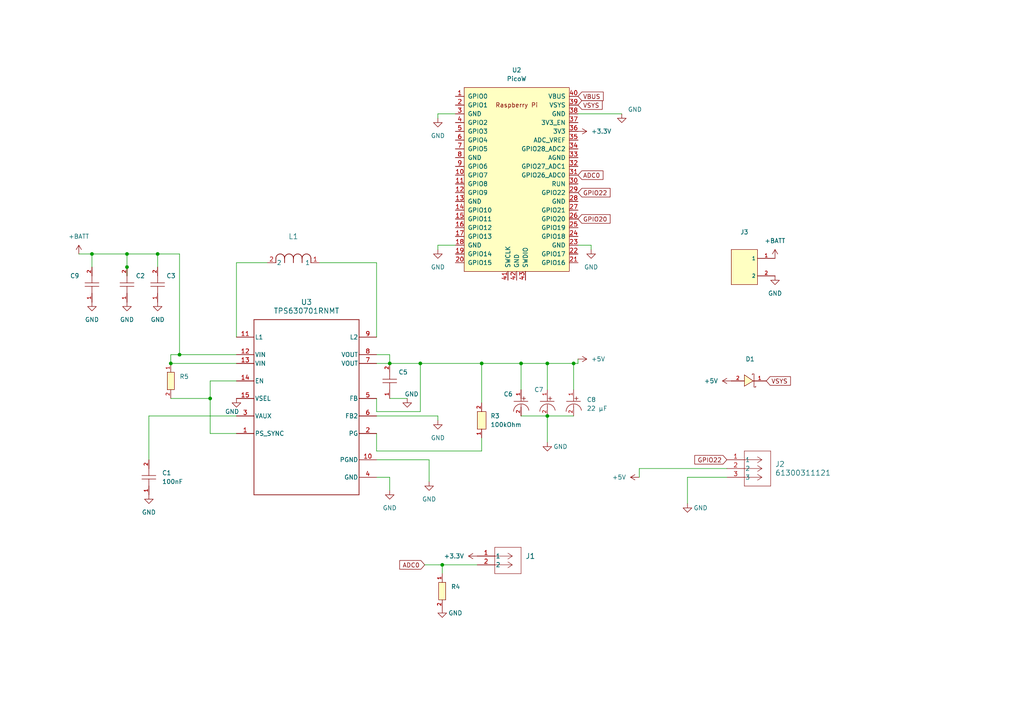
<source format=kicad_sch>
(kicad_sch (version 20230121) (generator eeschema)
  (paper "A4")
  (lib_symbols
    (symbol "0201X104M100NT:0201X104M100NT" (pin_names hide)
      (property "Reference" "C" (at 0 1.27 0))
      (property "Value" "0201X104M100NT" (at 0 -2.54 0))
      (symbol "0201X104M100NT_0_1"
        (polyline (pts (xy -2.032 0.508) (xy 2.032 0.508)))
        (polyline (pts (xy 0 -0.508) (xy 0 -2.54)))
        (polyline (pts (xy 0 2.54) (xy 0 0.508)))
        (polyline (pts (xy 2.032 -0.508) (xy -2.032 -0.508)))
        (pin unspecified line (at 0 -5.08 90) (length 2.54) (name "1") (number "1"))
        (pin unspecified line (at 0 5.08 270) (length 2.54) (name "2") (number "2"))
      )
    )
    (symbol "61300211121:61300211121" (pin_names (offset 0.254))
      (property "Reference" "J" (at 8.89 6.35 0))
      (property "Value" "61300211121" (at 0 0 0))
      (symbol "61300211121_1_1"
        (polyline (pts (xy 5.08 -5.08) (xy 12.7 -5.08)) (stroke (width 0.127)))
        (polyline (pts (xy 5.08 2.54) (xy 5.08 -5.08)) (stroke (width 0.127)))
        (polyline (pts (xy 10.16 -2.54) (xy 5.08 -2.54)) (stroke (width 0.127)))
        (polyline (pts (xy 10.16 -2.54) (xy 8.89 -3.3867)) (stroke (width 0.127)))
        (polyline (pts (xy 10.16 -2.54) (xy 8.89 -1.6933)) (stroke (width 0.127)))
        (polyline (pts (xy 10.16 0) (xy 5.08 0)) (stroke (width 0.127)))
        (polyline (pts (xy 10.16 0) (xy 8.89 -0.8467)) (stroke (width 0.127)))
        (polyline (pts (xy 10.16 0) (xy 8.89 0.8467)) (stroke (width 0.127)))
        (polyline (pts (xy 12.7 -5.08) (xy 12.7 2.54)) (stroke (width 0.127)))
        (polyline (pts (xy 12.7 2.54) (xy 5.08 2.54)) (stroke (width 0.127)))
        (pin unspecified line (at 0 0 0) (length 5.08) (name "1") (number "1"))
        (pin unspecified line (at 0 -2.54 0) (length 5.08) (name "2") (number "2"))
      )
      (symbol "61300211121_1_2"
        (polyline (pts (xy 5.08 -5.08) (xy 12.7 -5.08)) (stroke (width 0.127)))
        (polyline (pts (xy 5.08 2.54) (xy 5.08 -5.08)) (stroke (width 0.127)))
        (polyline (pts (xy 7.62 -2.54) (xy 5.08 -2.54)) (stroke (width 0.127)))
        (polyline (pts (xy 7.62 -2.54) (xy 8.89 -3.3867)) (stroke (width 0.127)))
        (polyline (pts (xy 7.62 -2.54) (xy 8.89 -1.6933)) (stroke (width 0.127)))
        (polyline (pts (xy 7.62 0) (xy 5.08 0)) (stroke (width 0.127)))
        (polyline (pts (xy 7.62 0) (xy 8.89 -0.8467)) (stroke (width 0.127)))
        (polyline (pts (xy 7.62 0) (xy 8.89 0.8467)) (stroke (width 0.127)))
        (polyline (pts (xy 12.7 -5.08) (xy 12.7 2.54)) (stroke (width 0.127)))
        (polyline (pts (xy 12.7 2.54) (xy 5.08 2.54)) (stroke (width 0.127)))
        (pin unspecified line (at 0 0 0) (length 5.08) (name "1") (number "1"))
        (pin unspecified line (at 0 -2.54 0) (length 5.08) (name "2") (number "2"))
      )
    )
    (symbol "61300311121:61300311121" (pin_names (offset 0.254))
      (property "Reference" "J" (at 8.89 6.35 0))
      (property "Value" "61300311121" (at 0 0 0))
      (symbol "61300311121_1_1"
        (polyline (pts (xy 5.08 -7.62) (xy 12.7 -7.62)) (stroke (width 0.127)))
        (polyline (pts (xy 5.08 2.54) (xy 5.08 -7.62)) (stroke (width 0.127)))
        (polyline (pts (xy 10.16 -5.08) (xy 5.08 -5.08)) (stroke (width 0.127)))
        (polyline (pts (xy 10.16 -5.08) (xy 8.89 -5.9267)) (stroke (width 0.127)))
        (polyline (pts (xy 10.16 -5.08) (xy 8.89 -4.2333)) (stroke (width 0.127)))
        (polyline (pts (xy 10.16 -2.54) (xy 5.08 -2.54)) (stroke (width 0.127)))
        (polyline (pts (xy 10.16 -2.54) (xy 8.89 -3.3867)) (stroke (width 0.127)))
        (polyline (pts (xy 10.16 -2.54) (xy 8.89 -1.6933)) (stroke (width 0.127)))
        (polyline (pts (xy 10.16 0) (xy 5.08 0)) (stroke (width 0.127)))
        (polyline (pts (xy 10.16 0) (xy 8.89 -0.8467)) (stroke (width 0.127)))
        (polyline (pts (xy 10.16 0) (xy 8.89 0.8467)) (stroke (width 0.127)))
        (polyline (pts (xy 12.7 -7.62) (xy 12.7 2.54)) (stroke (width 0.127)))
        (polyline (pts (xy 12.7 2.54) (xy 5.08 2.54)) (stroke (width 0.127)))
        (pin unspecified line (at 0 0 0) (length 5.08) (name "1") (number "1"))
        (pin unspecified line (at 0 -2.54 0) (length 5.08) (name "2") (number "2"))
        (pin unspecified line (at 0 -5.08 0) (length 5.08) (name "3") (number "3"))
      )
      (symbol "61300311121_1_2"
        (polyline (pts (xy 5.08 -7.62) (xy 12.7 -7.62)) (stroke (width 0.127)))
        (polyline (pts (xy 5.08 2.54) (xy 5.08 -7.62)) (stroke (width 0.127)))
        (polyline (pts (xy 7.62 -5.08) (xy 5.08 -5.08)) (stroke (width 0.127)))
        (polyline (pts (xy 7.62 -5.08) (xy 8.89 -5.9267)) (stroke (width 0.127)))
        (polyline (pts (xy 7.62 -5.08) (xy 8.89 -4.2333)) (stroke (width 0.127)))
        (polyline (pts (xy 7.62 -2.54) (xy 5.08 -2.54)) (stroke (width 0.127)))
        (polyline (pts (xy 7.62 -2.54) (xy 8.89 -3.3867)) (stroke (width 0.127)))
        (polyline (pts (xy 7.62 -2.54) (xy 8.89 -1.6933)) (stroke (width 0.127)))
        (polyline (pts (xy 7.62 0) (xy 5.08 0)) (stroke (width 0.127)))
        (polyline (pts (xy 7.62 0) (xy 8.89 -0.8467)) (stroke (width 0.127)))
        (polyline (pts (xy 7.62 0) (xy 8.89 0.8467)) (stroke (width 0.127)))
        (polyline (pts (xy 12.7 -7.62) (xy 12.7 2.54)) (stroke (width 0.127)))
        (polyline (pts (xy 12.7 2.54) (xy 5.08 2.54)) (stroke (width 0.127)))
        (pin unspecified line (at 0 0 0) (length 5.08) (name "1") (number "1"))
        (pin unspecified line (at 0 -2.54 0) (length 5.08) (name "2") (number "2"))
        (pin unspecified line (at 0 -5.08 0) (length 5.08) (name "3") (number "3"))
      )
    )
    (symbol "C115295:RS-05K103JT" (pin_names hide)
      (property "Reference" "R" (at 0 1.27 0))
      (property "Value" "RS-05K103JT" (at 0 -2.54 0))
      (symbol "RS-05K103JT_0_1"
        (rectangle (start -2.54 1.016) (end 2.54 -1.016) (fill (type background)))
        (pin input line (at -5.08 0 0) (length 2.54) (name "1") (number "1"))
        (pin input line (at 5.08 0 180) (length 2.54) (name "2") (number "2"))
      )
    )
    (symbol "C131337:B2B-PH-K-S(LF)(SN)"
      (property "Reference" "CN" (at 0 1.27 0))
      (property "Value" "B2B-PH-K-S(LF)(SN)" (at 0 -2.54 0))
      (symbol "B2B-PH-K-S(LF)(SN)_0_1"
        (rectangle (start -6.35 5.08) (end 1.27 -5.08) (fill (type background)))
        (pin input line (at 6.35 2.54 180) (length 5.08) (name "1") (number "1"))
        (pin input line (at 6.35 -2.54 180) (length 5.08) (name "2") (number "2"))
      )
    )
    (symbol "C181208:SS34F" (pin_names hide)
      (property "Reference" "D" (at 0 1.27 0))
      (property "Value" "SS34F" (at 0 -2.54 0))
      (symbol "SS34F_0_1"
        (polyline (pts (xy 1.27 1.524) (xy -1.27 0) (xy 1.27 -1.778) (xy 1.27 1.524)) (fill (type background)))
        (polyline (pts (xy -2.032 1.524) (xy -2.032 1.778) (xy -1.524 1.778) (xy -1.524 -2.032) (xy -1.016 -2.032) (xy -1.016 -1.778)))
        (pin unspecified line (at -5.08 0 0) (length 3.81) (name "K") (number "1"))
        (pin unspecified line (at 5.08 0 180) (length 3.81) (name "A") (number "2"))
      )
    )
    (symbol "DFE252012P-1R5M=P2:DFE252012P-1R5M=P2" (pin_names (offset 0.254))
      (property "Reference" "L" (at 6.985 5.08 0))
      (property "Value" "DFE252012P-1R5M=P2" (at 6.985 -2.54 0))
      (symbol "DFE252012P-1R5M=P2_0_1"
        (polyline (pts (xy 2.54 0) (xy 2.54 1.27)) (stroke (width 0.2032)))
        (polyline (pts (xy 5.08 0) (xy 5.08 1.27)) (stroke (width 0.2032)))
        (polyline (pts (xy 7.62 0) (xy 7.62 1.27)) (stroke (width 0.2032)))
        (polyline (pts (xy 10.16 0) (xy 10.16 1.27)) (stroke (width 0.2032)))
        (polyline (pts (xy 12.7 0) (xy 12.7 1.27)) (stroke (width 0.2032)))
        (arc (start 5.08 1.27) (mid 3.81 2.5345) (end 2.54 1.27) (stroke (width 0.2032)))
        (arc (start 7.62 1.27) (mid 6.35 2.5345) (end 5.08 1.27) (stroke (width 0.2032)))
        (arc (start 10.16 1.27) (mid 8.89 2.5345) (end 7.62 1.27) (stroke (width 0.2032)))
        (arc (start 12.7 1.27) (mid 11.43 2.5345) (end 10.16 1.27) (stroke (width 0.2032)))
        (pin unspecified line (at 15.24 0 180) (length 2.54) (name "1") (number "1"))
        (pin unspecified line (at 0 0 0) (length 2.54) (name "2") (number "2"))
      )
    )
    (symbol "LDK105CBJ106MVLF:LDK105CBJ106MVLF" (pin_names hide)
      (property "Reference" "C" (at 0 1.27 0))
      (property "Value" "LDK105CBJ106MVLF" (at 0 -2.54 0))
      (symbol "LDK105CBJ106MVLF_0_1"
        (polyline (pts (xy -0.508 -2.032) (xy -0.508 2.032)))
        (polyline (pts (xy -0.508 0) (xy -2.54 0)))
        (polyline (pts (xy 0.508 2.032) (xy 0.508 -2.032)))
        (polyline (pts (xy 2.54 0) (xy 0.508 0)))
        (pin unspecified line (at -5.08 0 0) (length 2.54) (name "1") (number "1"))
        (pin unspecified line (at 5.08 0 180) (length 2.54) (name "2") (number "2"))
      )
    )
    (symbol "RPi_Pico_W:PicoW" (pin_names (offset 1.016))
      (property "Reference" "U" (at -13.97 27.94 0))
      (property "Value" "PicoW" (at 0 19.05 0))
      (symbol "PicoW_0_0"
        (text "Raspberry Pi" (at 0 21.59 0) (effects (font (size 1.27 1.27))))
      )
      (symbol "PicoW_0_1"
        (rectangle (start -15.24 26.67) (end 15.24 -26.67) (fill (type background)))
      )
      (symbol "PicoW_1_1"
        (pin bidirectional line (at -17.78 24.13 0) (length 2.54) (name "GPIO0") (number "1"))
        (pin bidirectional line (at -17.78 1.27 0) (length 2.54) (name "GPIO7") (number "10"))
        (pin bidirectional line (at -17.78 -1.27 0) (length 2.54) (name "GPIO8") (number "11"))
        (pin bidirectional line (at -17.78 -3.81 0) (length 2.54) (name "GPIO9") (number "12"))
        (pin power_in line (at -17.78 -6.35 0) (length 2.54) (name "GND") (number "13"))
        (pin bidirectional line (at -17.78 -8.89 0) (length 2.54) (name "GPIO10") (number "14"))
        (pin bidirectional line (at -17.78 -11.43 0) (length 2.54) (name "GPIO11") (number "15"))
        (pin bidirectional line (at -17.78 -13.97 0) (length 2.54) (name "GPIO12") (number "16"))
        (pin bidirectional line (at -17.78 -16.51 0) (length 2.54) (name "GPIO13") (number "17"))
        (pin power_in line (at -17.78 -19.05 0) (length 2.54) (name "GND") (number "18"))
        (pin bidirectional line (at -17.78 -21.59 0) (length 2.54) (name "GPIO14") (number "19"))
        (pin bidirectional line (at -17.78 21.59 0) (length 2.54) (name "GPIO1") (number "2"))
        (pin bidirectional line (at -17.78 -24.13 0) (length 2.54) (name "GPIO15") (number "20"))
        (pin bidirectional line (at 17.78 -24.13 180) (length 2.54) (name "GPIO16") (number "21"))
        (pin bidirectional line (at 17.78 -21.59 180) (length 2.54) (name "GPIO17") (number "22"))
        (pin power_in line (at 17.78 -19.05 180) (length 2.54) (name "GND") (number "23"))
        (pin bidirectional line (at 17.78 -16.51 180) (length 2.54) (name "GPIO18") (number "24"))
        (pin bidirectional line (at 17.78 -13.97 180) (length 2.54) (name "GPIO19") (number "25"))
        (pin bidirectional line (at 17.78 -11.43 180) (length 2.54) (name "GPIO20") (number "26"))
        (pin bidirectional line (at 17.78 -8.89 180) (length 2.54) (name "GPIO21") (number "27"))
        (pin power_in line (at 17.78 -6.35 180) (length 2.54) (name "GND") (number "28"))
        (pin bidirectional line (at 17.78 -3.81 180) (length 2.54) (name "GPIO22") (number "29"))
        (pin power_in line (at -17.78 19.05 0) (length 2.54) (name "GND") (number "3"))
        (pin input line (at 17.78 -1.27 180) (length 2.54) (name "RUN") (number "30"))
        (pin bidirectional line (at 17.78 1.27 180) (length 2.54) (name "GPIO26_ADC0") (number "31"))
        (pin bidirectional line (at 17.78 3.81 180) (length 2.54) (name "GPIO27_ADC1") (number "32"))
        (pin power_in line (at 17.78 6.35 180) (length 2.54) (name "AGND") (number "33"))
        (pin bidirectional line (at 17.78 8.89 180) (length 2.54) (name "GPIO28_ADC2") (number "34"))
        (pin unspecified line (at 17.78 11.43 180) (length 2.54) (name "ADC_VREF") (number "35"))
        (pin unspecified line (at 17.78 13.97 180) (length 2.54) (name "3V3") (number "36"))
        (pin input line (at 17.78 16.51 180) (length 2.54) (name "3V3_EN") (number "37"))
        (pin bidirectional line (at 17.78 19.05 180) (length 2.54) (name "GND") (number "38"))
        (pin unspecified line (at 17.78 21.59 180) (length 2.54) (name "VSYS") (number "39"))
        (pin bidirectional line (at -17.78 16.51 0) (length 2.54) (name "GPIO2") (number "4"))
        (pin unspecified line (at 17.78 24.13 180) (length 2.54) (name "VBUS") (number "40"))
        (pin input line (at -2.54 -29.21 90) (length 2.54) (name "SWCLK") (number "41"))
        (pin power_in line (at 0 -29.21 90) (length 2.54) (name "GND") (number "42"))
        (pin bidirectional line (at 2.54 -29.21 90) (length 2.54) (name "SWDIO") (number "43"))
        (pin bidirectional line (at -17.78 13.97 0) (length 2.54) (name "GPIO3") (number "5"))
        (pin bidirectional line (at -17.78 11.43 0) (length 2.54) (name "GPIO4") (number "6"))
        (pin bidirectional line (at -17.78 8.89 0) (length 2.54) (name "GPIO5") (number "7"))
        (pin power_in line (at -17.78 6.35 0) (length 2.54) (name "GND") (number "8"))
        (pin bidirectional line (at -17.78 3.81 0) (length 2.54) (name "GPIO6") (number "9"))
      )
    )
    (symbol "RVE1V220M0505:RVE1V220M0505" (pin_names hide)
      (property "Reference" "C" (at 0 5.08 0))
      (property "Value" "RVE1V220M0505" (at 0 -2.54 0))
      (symbol "RVE1V220M0505_0_1"
        (polyline (pts (xy -1.772 0.8023) (xy -0.756 0.8023)))
        (polyline (pts (xy -1.27 0) (xy -0.508 0)))
        (polyline (pts (xy -1.264 1.3103) (xy -1.264 0.2943)))
        (polyline (pts (xy -0.4347 1.991) (xy -0.4347 -2.073)))
        (polyline (pts (xy 0.508 0) (xy 1.27 0)))
        (arc (start 2.1758 2.2742) (mid 0.316 -0.0937) (end 2.4908 -2.176))
        (pin input line (at -3.81 0 0) (length 2.54) (name "1") (number "1"))
        (pin input line (at 3.81 0 180) (length 2.54) (name "2") (number "2"))
      )
    )
    (symbol "TF06E1003BT:TF06E1003BT" (pin_names hide)
      (property "Reference" "R" (at 0 1.27 0))
      (property "Value" "TF06E1003BT" (at 0 -2.54 0))
      (symbol "TF06E1003BT_0_1"
        (rectangle (start -2.54 1.27) (end 2.54 -1.27) (fill (type background)))
        (pin unspecified line (at -5.08 0 0) (length 2.54) (name "1") (number "1"))
        (pin unspecified line (at 5.08 0 180) (length 2.54) (name "2") (number "2"))
      )
    )
    (symbol "TPS630701RNMT:TPS630701RNMT" (pin_names (offset 0.254))
      (property "Reference" "U" (at 0 2.54 0))
      (property "Value" "TPS630701RNMT" (at 0 0 0))
      (symbol "TPS630701RNMT_0_1"
        (polyline (pts (xy -15.24 -25.4) (xy 15.24 -25.4)) (stroke (width 0.2032)))
        (polyline (pts (xy -15.24 25.4) (xy -15.24 -25.4)) (stroke (width 0.2032)))
        (polyline (pts (xy 15.24 -25.4) (xy 15.24 25.4)) (stroke (width 0.2032)))
        (polyline (pts (xy 15.24 25.4) (xy -15.24 25.4)) (stroke (width 0.2032)))
        (pin input line (at -20.32 -7.62 0) (length 5.08) (name "PS_SYNC") (number "1"))
        (pin power_in line (at 20.32 -15.24 180) (length 5.08) (name "PGND") (number "10"))
        (pin unspecified line (at -20.32 20.32 0) (length 5.08) (name "L1") (number "11"))
        (pin power_in line (at -20.32 15.24 0) (length 5.08) (name "VIN") (number "12"))
        (pin power_in line (at -20.32 12.7 0) (length 5.08) (name "VIN") (number "13"))
        (pin input line (at -20.32 7.62 0) (length 5.08) (name "EN") (number "14"))
        (pin input line (at -20.32 2.54 0) (length 5.08) (name "VSEL") (number "15"))
        (pin open_collector line (at 20.32 -7.62 180) (length 5.08) (name "PG") (number "2"))
        (pin unspecified line (at -20.32 -2.54 0) (length 5.08) (name "VAUX") (number "3"))
        (pin power_in line (at 20.32 -20.32 180) (length 5.08) (name "GND") (number "4"))
        (pin output line (at 20.32 2.54 180) (length 5.08) (name "FB") (number "5"))
        (pin input line (at 20.32 -2.54 180) (length 5.08) (name "FB2") (number "6"))
        (pin power_in line (at 20.32 12.7 180) (length 5.08) (name "VOUT") (number "7"))
        (pin power_in line (at 20.32 15.24 180) (length 5.08) (name "VOUT") (number "8"))
        (pin unspecified line (at 20.32 20.32 180) (length 5.08) (name "L2") (number "9"))
      )
    )
    (symbol "power:+3.3V" (power) (pin_names (offset 0))
      (property "Value" "+3.3V" (at 0 3.556 0))
      (symbol "+3.3V_0_1"
        (polyline (pts (xy -0.762 1.27) (xy 0 2.54)))
        (polyline (pts (xy 0 0) (xy 0 2.54)))
        (polyline (pts (xy 0 2.54) (xy 0.762 1.27)))
      )
      (symbol "+3.3V_1_1"
        (pin power_in line (at 0 0 90) (length 0) hide (name "+3.3V") (number "1"))
      )
    )
    (symbol "power:+5V" (power) (pin_names (offset 0))
      (property "Value" "+5V" (at 0 3.556 0))
      (symbol "+5V_0_1"
        (polyline (pts (xy -0.762 1.27) (xy 0 2.54)))
        (polyline (pts (xy 0 0) (xy 0 2.54)))
        (polyline (pts (xy 0 2.54) (xy 0.762 1.27)))
      )
      (symbol "+5V_1_1"
        (pin power_in line (at 0 0 90) (length 0) hide (name "+5V") (number "1"))
      )
    )
    (symbol "power:+BATT" (power) (pin_names (offset 0))
      (property "Value" "+BATT" (at 0 3.556 0))
      (symbol "+BATT_0_1"
        (polyline (pts (xy -0.762 1.27) (xy 0 2.54)))
        (polyline (pts (xy 0 0) (xy 0 2.54)))
        (polyline (pts (xy 0 2.54) (xy 0.762 1.27)))
      )
      (symbol "+BATT_1_1"
        (pin power_in line (at 0 0 90) (length 0) hide (name "+BATT") (number "1"))
      )
    )
    (symbol "power:GND" (power) (pin_names (offset 0))
      (property "Value" "GND" (at 0 -3.81 0))
      (symbol "GND_0_1"
        (polyline (pts (xy 0 0) (xy 0 -1.27) (xy 1.27 -1.27) (xy 0 -2.54) (xy -1.27 -1.27) (xy 0 -1.27)))
      )
      (symbol "GND_1_1"
        (pin power_in line (at 0 0 270) (length 0) hide (name "GND") (number "1"))
      )
    )
  )
  (junction (at 128.27 163.83))
  (junction (at 45.72 73.66))
  (junction (at 166.37 105.41))
  (junction (at 26.67 73.66))
  (junction (at 36.83 73.66))
  (junction (at 36.83 77.47))
  (junction (at 121.92 105.41))
  (junction (at 151.13 105.41))
  (junction (at 158.75 120.65))
  (junction (at 49.53 105.41))
  (junction (at 139.7 105.41))
  (junction (at 113.03 105.41))
  (junction (at 60.96 115.57))
  (junction (at 158.75 105.41))
  (junction (at 52.07 102.87))
  (wire (pts (xy 109.22 138.43) (xy 113.03 138.43)))
  (wire (pts (xy 158.75 120.65) (xy 166.37 120.65)))
  (wire (pts (xy 68.58 76.2) (xy 68.58 97.79)))
  (wire (pts (xy 167.64 105.41) (xy 167.64 104.14)))
  (wire (pts (xy 185.42 135.89) (xy 185.42 138.43)))
  (wire (pts (xy 124.46 133.35) (xy 124.46 139.7)))
  (wire (pts (xy 210.82 135.89) (xy 185.42 135.89)))
  (wire (pts (xy 109.22 133.35) (xy 124.46 133.35)))
  (wire (pts (xy 22.86 73.66) (xy 26.67 73.66)))
  (wire (pts (xy 109.22 102.87) (xy 113.03 102.87)))
  (wire (pts (xy 128.27 163.83) (xy 138.43 163.83)))
  (wire (pts (xy 43.18 120.65) (xy 43.18 133.35)))
  (wire (pts (xy 36.83 73.66) (xy 45.72 73.66)))
  (wire (pts (xy 60.96 110.49) (xy 68.58 110.49)))
  (wire (pts (xy 68.58 105.41) (xy 49.53 105.41)))
  (wire (pts (xy 127 33.02) (xy 132.08 33.02)))
  (wire (pts (xy 139.7 130.81) (xy 109.22 130.81)))
  (wire (pts (xy 68.58 125.73) (xy 60.96 125.73)))
  (wire (pts (xy 109.22 119.38) (xy 109.22 115.57)))
  (wire (pts (xy 52.07 102.87) (xy 68.58 102.87)))
  (wire (pts (xy 43.18 120.65) (xy 68.58 120.65)))
  (wire (pts (xy 139.7 105.41) (xy 139.7 116.84)))
  (wire (pts (xy 26.67 73.66) (xy 26.67 77.47)))
  (wire (pts (xy 45.72 73.66) (xy 45.72 77.47)))
  (wire (pts (xy 109.22 130.81) (xy 109.22 125.73)))
  (wire (pts (xy 113.03 102.87) (xy 113.03 105.41)))
  (wire (pts (xy 60.96 115.57) (xy 60.96 125.73)))
  (wire (pts (xy 60.96 115.57) (xy 60.96 110.49)))
  (wire (pts (xy 118.11 115.57) (xy 113.03 115.57)))
  (wire (pts (xy 36.83 77.47) (xy 36.83 80.01)))
  (wire (pts (xy 26.67 73.66) (xy 36.83 73.66)))
  (wire (pts (xy 139.7 105.41) (xy 121.92 105.41)))
  (wire (pts (xy 92.71 76.2) (xy 109.22 76.2)))
  (wire (pts (xy 49.53 115.57) (xy 60.96 115.57)))
  (wire (pts (xy 52.07 102.87) (xy 49.53 102.87)))
  (wire (pts (xy 167.64 71.12) (xy 171.45 71.12)))
  (wire (pts (xy 127 72.39) (xy 127 71.12)))
  (wire (pts (xy 127 34.29) (xy 127 33.02)))
  (wire (pts (xy 158.75 105.41) (xy 166.37 105.41)))
  (wire (pts (xy 113.03 105.41) (xy 121.92 105.41)))
  (wire (pts (xy 151.13 105.41) (xy 151.13 113.03)))
  (wire (pts (xy 52.07 73.66) (xy 52.07 102.87)))
  (wire (pts (xy 199.39 138.43) (xy 199.39 146.05)))
  (wire (pts (xy 49.53 102.87) (xy 49.53 105.41)))
  (wire (pts (xy 77.47 76.2) (xy 68.58 76.2)))
  (wire (pts (xy 139.7 105.41) (xy 151.13 105.41)))
  (wire (pts (xy 45.72 73.66) (xy 52.07 73.66)))
  (wire (pts (xy 121.92 105.41) (xy 121.92 119.38)))
  (wire (pts (xy 158.75 120.65) (xy 158.75 128.27)))
  (wire (pts (xy 36.83 73.66) (xy 36.83 77.47)))
  (wire (pts (xy 127 120.65) (xy 127 121.92)))
  (wire (pts (xy 123.19 163.83) (xy 128.27 163.83)))
  (wire (pts (xy 166.37 105.41) (xy 166.37 113.03)))
  (wire (pts (xy 128.27 163.83) (xy 128.27 166.37)))
  (wire (pts (xy 158.75 105.41) (xy 158.75 113.03)))
  (wire (pts (xy 113.03 138.43) (xy 113.03 142.24)))
  (wire (pts (xy 166.37 105.41) (xy 167.64 105.41)))
  (wire (pts (xy 151.13 120.65) (xy 158.75 120.65)))
  (wire (pts (xy 151.13 105.41) (xy 158.75 105.41)))
  (wire (pts (xy 121.92 119.38) (xy 109.22 119.38)))
  (wire (pts (xy 210.82 138.43) (xy 199.39 138.43)))
  (wire (pts (xy 180.34 33.02) (xy 167.64 33.02)))
  (wire (pts (xy 109.22 105.41) (xy 113.03 105.41)))
  (wire (pts (xy 109.22 76.2) (xy 109.22 97.79)))
  (wire (pts (xy 109.22 120.65) (xy 127 120.65)))
  (wire (pts (xy 127 71.12) (xy 132.08 71.12)))
  (wire (pts (xy 139.7 127) (xy 139.7 130.81)))
  (wire (pts (xy 171.45 71.12) (xy 171.45 72.39)))
  (global_label "GPIO22" (shape input) (at 167.64 55.88 0) (property "Intersheetrefs" "${INTERSHEET_REFS}" (effects hide)))
  (global_label "VSYS" (shape input) (at 167.64 30.48 0) (property "Intersheetrefs" "${INTERSHEET_REFS}" (effects hide)))
  (global_label "GPIO22" (shape input) (at 210.82 133.35 180) (property "Intersheetrefs" "${INTERSHEET_REFS}" (effects hide)))
  (global_label "ADC0" (shape input) (at 167.64 50.8 0) (property "Intersheetrefs" "${INTERSHEET_REFS}" (effects hide)))
  (global_label "VSYS" (shape input) (at 222.25 110.49 0) (property "Intersheetrefs" "${INTERSHEET_REFS}" (effects hide)))
  (global_label "VBUS" (shape input) (at 167.64 27.94 0) (property "Intersheetrefs" "${INTERSHEET_REFS}" (effects hide)))
  (global_label "GPIO20" (shape input) (at 167.64 63.5 0) (property "Intersheetrefs" "${INTERSHEET_REFS}" (effects hide)))
  (global_label "ADC0" (shape input) (at 123.19 163.83 180) (property "Intersheetrefs" "${INTERSHEET_REFS}" (effects hide)))
  (symbol (lib_id "power:GND") (at 127 121.92 0) (unit 1)
    (property "Reference" "#PWR010" (effects hide))
    (property "Value" "GND" (at 127 127 0))
  )
  (symbol (lib_id "power:GND") (at 118.11 115.57 0) (unit 1)
    (property "Reference" "#PWR014" (effects hide))
    (property "Value" "GND" (at 119.38 114.3 0))
  )
  (symbol (lib_id "TF06E1003BT:TF06E1003BT") (at 139.7 121.92 90) (unit 1)
    (property "Reference" "R3" (at 142.24 120.65 90) (effects (justify right)))
    (property "Value" "100kOhm" (at 142.24 123.19 90) (effects (justify right)))
    (property "Footprint" "C2991745:R1206" (effects hide))
    (property "Datasheet" "https://jlcpcb.com/partdetail/3454312-TF06E1003BT/C2991745" (effects hide))
    (property "LCSC" "C2991745" (effects hide))
    (property "JLC" "1206" (effects hide))
  )
  (symbol (lib_id "power:+3.3V") (at 138.43 161.29 90) (unit 1)
    (property "Reference" "#PWR02" (effects hide))
    (property "Value" "+3.3V" (at 134.62 161.29 90) (effects (justify left)))
  )
  (symbol (lib_id "power:GND") (at 224.79 80.01 0) (unit 1)
    (property "Reference" "#PWR04" (effects hide))
    (property "Value" "GND" (at 224.79 85.09 0))
  )
  (symbol (lib_id "0201X104M100NT:0201X104M100NT") (at 43.18 138.43 0) (unit 1)
    (property "Reference" "C1" (at 46.99 137.16 0) (effects (justify left)))
    (property "Value" "100nF" (at 46.99 139.7 0) (effects (justify left)))
    (property "Footprint" "C2894307:C0201" (effects hide))
    (property "Datasheet" "https://jlcpcb.com/partdetail/3128830-0201X104M100NT/C2894307" (effects hide))
    (property "LCSC" "C2894307" (effects hide))
    (property "JLC" "0201" (effects hide))
  )
  (symbol (lib_id "61300311121:61300311121") (at 210.82 133.35 0) (unit 1)
    (property "Reference" "J2" (at 224.79 134.62 0) (effects (font (size 1.524 1.524)) (justify left)))
    (property "Value" "61300311121" (at 224.79 137.16 0) (effects (font (size 1.524 1.524)) (justify left)))
    (property "Footprint" "61300311121:CONN03_6130_7P62X2P54_WRE" (effects hide))
    (property "Datasheet" "https://www.digikey.ch/de/products/detail/w%C3%BCrth-elektronik/61300311121/4846825?utm_adgroup=General&utm_source=google&utm_medium=cpc&utm_campaign=PMax:%20Smart%20Shopping_Product_Zombie%20SKUs&utm_term=&productid=4846825&utm_content=General&utm_id=go_cmp-18009722334_adg-_ad-__dev-c_ext-_prd-4846825_sig-CjwKCAiA4smsBhAEEiwAO6DEjbpY8ehFyt4EUOAVkjnGDicZQ8zk30B4APdLO-nn6QxRqG7Kts_5UBoCkisQAvD_BwE&gad_source=1&gclid=CjwKCAiA4smsBhAEEiwAO6DEjbpY8ehFyt4EUOAVkjnGDicZQ8zk30B4APdLO-nn6QxRqG7Kts_5UBoCkisQAvD_BwE" (effects hide))
  )
  (symbol (lib_id "LDK105CBJ106MVLF:LDK105CBJ106MVLF") (at 26.67 82.55 90) (unit 1)
    (property "Reference" "C9" (at 20.32 80.01 90) (effects (justify right)))
    (property "Value" "10 µF" (effects hide))
    (property "Footprint" "C386033:C0402" (effects hide))
    (property "Datasheet" "https://jlcpcb.com/partdetail/TaiyoYuden-LDK105CBJ106MVLF/C386033" (effects hide))
    (property "JLC" "0402" (effects hide))
    (property "LCSC" "C386033" (effects hide))
  )
  (symbol (lib_id "power:+3.3V") (at 167.64 38.1 270) (unit 1)
    (property "Reference" "#PWR028" (effects hide))
    (property "Value" "+3.3V" (at 171.45 38.1 90) (effects (justify left)))
  )
  (symbol (lib_id "power:GND") (at 26.67 87.63 0) (unit 1)
    (property "Reference" "#PWR012" (effects hide))
    (property "Value" "GND" (at 26.67 92.71 0))
  )
  (symbol (lib_id "C115295:RS-05K103JT") (at 128.27 171.45 270) (unit 1)
    (property "Reference" "R4" (at 130.81 170.18 90) (effects (justify left)))
    (property "Value" "10kOhm" (effects hide))
    (property "Footprint" "C115295:R0805" (effects hide))
    (property "Datasheet" "https://jlcpcb.com/partdetail/116543-RS05K103JT/C115295" (effects hide))
    (property "LCSC" "C115295" (effects hide))
    (property "JLC" "0805" (effects hide))
  )
  (symbol (lib_id "LDK105CBJ106MVLF:LDK105CBJ106MVLF") (at 113.03 110.49 90) (unit 1)
    (property "Reference" "C5" (at 115.57 107.95 90) (effects (justify right)))
    (property "Value" "10 µF" (effects hide))
    (property "Footprint" "C386033:C0402" (effects hide))
    (property "Datasheet" "https://jlcpcb.com/partdetail/TaiyoYuden-LDK105CBJ106MVLF/C386033" (effects hide))
    (property "LCSC" "C386033" (effects hide))
    (property "JLC" "0402" (effects hide))
  )
  (symbol (lib_id "power:GND") (at 68.58 115.57 0) (unit 1)
    (property "Reference" "#PWR08" (effects hide))
    (property "Value" "GND" (at 67.31 119.38 0))
  )
  (symbol (lib_id "power:+BATT") (at 22.86 73.66 0) (unit 1)
    (property "Reference" "#PWR021" (effects hide))
    (property "Value" "+BATT" (at 22.86 68.58 0))
  )
  (symbol (lib_id "DFE252012P-1R5M=P2:DFE252012P-1R5M=P2") (at 77.47 76.2 0) (unit 1)
    (property "Reference" "L1" (at 85.09 68.58 0) (effects (font (size 1.524 1.524))))
    (property "Value" "1.5uH" (effects hide))
    (property "Footprint" "C42100:IND-SMD_L4.0-W4.0" (effects hide))
    (property "Datasheet" "https://jlcpcb.com/partdetail/Sunlord-SWPA4030S1R5NT/C42100" (effects hide))
    (property "JLC" "SMD_L4.0-W4.0" (effects hide))
    (property "LCSC" "C42100" (effects hide))
  )
  (symbol (lib_id "power:+5V") (at 185.42 138.43 90) (unit 1)
    (property "Reference" "#PWR017" (effects hide))
    (property "Value" "+5V" (at 181.61 138.43 90) (effects (justify left)))
  )
  (symbol (lib_id "61300211121:61300211121") (at 138.43 161.29 0) (unit 1)
    (property "Reference" "J1" (at 152.4 161.29 0) (effects (font (size 1.524 1.524)) (justify left)))
    (property "Value" "61300211121" (effects hide))
    (property "Footprint" "61300211121:CONN_61300211121_WRE" (effects hide))
    (property "Datasheet" "https://www.digikey.ch/de/products/detail/w%C3%BCrth-elektronik/61300211121/4846823" (effects hide))
  )
  (symbol (lib_id "C131337:B2B-PH-K-S(LF)(SN)") (at 218.44 77.47 0) (unit 1)
    (property "Reference" "J3" (at 215.9 67.31 0))
    (property "Value" "B2B-PH-K-S(LF)(SN)" (effects hide))
    (property "Footprint" "C131337:CONN-TH_B2B-PH-K-S" (effects hide))
    (property "Datasheet" "https://jlcpcb.com/partdetail/Jst-B2B_PH_K_S_LF_SN/C131337" (effects hide))
    (property "LCSC" "C131337" (effects hide))
    (property "JLC" "Plugin,P=2mm" (effects hide))
  )
  (symbol (lib_id "power:GND") (at 180.34 33.02 0) (unit 1)
    (property "Reference" "#PWR05" (effects hide))
    (property "Value" "GND" (at 184.15 31.75 0))
  )
  (symbol (lib_id "power:GND") (at 158.75 128.27 0) (unit 1)
    (property "Reference" "#PWR016" (effects hide))
    (property "Value" "GND" (at 162.56 129.54 0))
  )
  (symbol (lib_id "TPS630701RNMT:TPS630701RNMT") (at 88.9 118.11 0) (unit 1)
    (property "Reference" "U3" (at 88.9 87.63 0) (effects (font (size 1.524 1.524))))
    (property "Value" "TPS630701RNMT" (at 88.9 90.17 0) (effects (font (size 1.524 1.524))))
    (property "Footprint" "TPS630701RNMT:RNM0015A" (effects hide))
    (property "Datasheet" "https://jlcpcb.com/partdetail/TexasInstruments-TPS630701RNMT/C181473" (effects hide))
    (property "JLC" "VQFN-15(2.5x3)" (effects hide))
    (property "LCSC" "C181473" (effects hide))
  )
  (symbol (lib_id "RPi_Pico_W:PicoW") (at 149.86 52.07 0) (unit 1)
    (property "Reference" "U2" (at 149.86 20.32 0))
    (property "Value" "PicoW" (at 149.86 22.86 0))
    (property "Footprint" "RPi_PicoW:RPi_Pico_SMD_TH" (effects hide))
  )
  (symbol (lib_id "C181208:SS34F") (at 217.17 110.49 180) (unit 1)
    (property "Reference" "D1" (at 217.551 104.14 0))
    (property "Value" "SS34F" (effects hide))
    (property "Footprint" "C181208:SMAF_L3.5-W2.6-LS4.7-RD" (effects hide))
    (property "Datasheet" "https://jlcpcb.com/partdetail/GuangdongHottech-SS34F/C181208" (effects hide))
    (property "LCSC" "C181208" (effects hide))
    (property "JLC" "SMAF" (effects hide))
  )
  (symbol (lib_id "RVE1V220M0505:RVE1V220M0505") (at 166.37 116.84 270) (unit 1)
    (property "Reference" "C8" (at 170.18 115.9294 90) (effects (justify left)))
    (property "Value" "22 µF" (at 170.18 118.4694 90) (effects (justify left)))
    (property "Footprint" "C131119:CAP-SMD_BD5.0-L5.3-W5.3-FD" (effects hide))
    (property "Datasheet" "https://jlcpcb.com/partdetail/Roqang-RVE1V220M0505/C131119" (effects hide))
    (property "LCSC" "C131119" (effects hide))
    (property "JLC" "SMD,D5xL5.4mm" (effects hide))
  )
  (symbol (lib_id "power:GND") (at 128.27 176.53 0) (unit 1)
    (property "Reference" "#PWR01" (effects hide))
    (property "Value" "GND" (at 132.08 177.8 0))
  )
  (symbol (lib_id "power:GND") (at 43.18 143.51 0) (unit 1)
    (property "Reference" "#PWR06" (effects hide))
    (property "Value" "GND" (at 43.18 148.59 0))
  )
  (symbol (lib_id "power:+5V") (at 212.09 110.49 90) (unit 1)
    (property "Reference" "#PWR019" (effects hide))
    (property "Value" "+5V" (at 208.28 110.49 90) (effects (justify left)))
  )
  (symbol (lib_id "power:GND") (at 45.72 87.63 0) (unit 1)
    (property "Reference" "#PWR013" (effects hide))
    (property "Value" "GND" (at 45.72 92.71 0))
  )
  (symbol (lib_id "power:+5V") (at 167.64 104.14 270) (unit 1)
    (property "Reference" "#PWR09" (effects hide))
    (property "Value" "+5V" (at 171.45 104.14 90) (effects (justify left)))
  )
  (symbol (lib_id "power:GND") (at 124.46 139.7 0) (unit 1)
    (property "Reference" "#PWR015" (effects hide))
    (property "Value" "GND" (at 124.46 144.78 0))
  )
  (symbol (lib_id "power:GND") (at 127 34.29 0) (mirror y) (unit 1)
    (property "Reference" "#PWR025" (effects hide))
    (property "Value" "GND" (at 127 39.37 0))
  )
  (symbol (lib_id "power:GND") (at 199.39 146.05 0) (unit 1)
    (property "Reference" "#PWR018" (effects hide))
    (property "Value" "GND" (at 203.2 147.32 0))
  )
  (symbol (lib_id "power:GND") (at 113.03 142.24 0) (unit 1)
    (property "Reference" "#PWR07" (effects hide))
    (property "Value" "GND" (at 113.03 147.32 0))
  )
  (symbol (lib_id "power:GND") (at 171.45 72.39 0) (unit 1)
    (property "Reference" "#PWR029" (effects hide))
    (property "Value" "GND" (at 171.45 77.47 0))
  )
  (symbol (lib_id "power:+BATT") (at 224.79 74.93 0) (unit 1)
    (property "Reference" "#PWR03" (effects hide))
    (property "Value" "+BATT" (at 224.79 69.85 0))
  )
  (symbol (lib_id "RVE1V220M0505:RVE1V220M0505") (at 151.13 116.84 270) (unit 1)
    (property "Reference" "C6" (at 146.05 114.3 90) (effects (justify left)))
    (property "Value" "22 µF" (effects hide))
    (property "Footprint" "C131119:CAP-SMD_BD5.0-L5.3-W5.3-FD" (effects hide))
    (property "Datasheet" "https://jlcpcb.com/partdetail/Roqang-RVE1V220M0505/C131119" (effects hide))
    (property "LCSC" "C131119" (effects hide))
    (property "JLC" "SMD,D5xL5.4mm" (effects hide))
  )
  (symbol (lib_id "power:GND") (at 36.83 87.63 0) (unit 1)
    (property "Reference" "#PWR011" (effects hide))
    (property "Value" "GND" (at 36.83 92.71 0))
  )
  (symbol (lib_id "power:GND") (at 127 72.39 0) (mirror y) (unit 1)
    (property "Reference" "#PWR026" (effects hide))
    (property "Value" "GND" (at 127 77.47 0))
  )
  (symbol (lib_id "C115295:RS-05K103JT") (at 49.53 110.49 270) (unit 1)
    (property "Reference" "R5" (at 52.07 109.22 90) (effects (justify left)))
    (property "Value" "10kOhm" (effects hide))
    (property "Footprint" "C115295:R0805" (effects hide))
    (property "Datasheet" "https://jlcpcb.com/partdetail/116543-RS05K103JT/C115295" (effects hide))
    (property "LCSC" "C115295" (effects hide))
    (property "JLC" "0805" (effects hide))
  )
  (symbol (lib_id "LDK105CBJ106MVLF:LDK105CBJ106MVLF") (at 36.83 82.55 90) (unit 1)
    (property "Reference" "C2" (at 39.37 80.01 90) (effects (justify right)))
    (property "Value" "10 µF" (effects hide))
    (property "Footprint" "C386033:C0402" (effects hide))
    (property "Datasheet" "https://jlcpcb.com/partdetail/TaiyoYuden-LDK105CBJ106MVLF/C386033" (effects hide))
    (property "LCSC" "C386033" (effects hide))
    (property "JLC" "0402" (effects hide))
  )
  (symbol (lib_id "RVE1V220M0505:RVE1V220M0505") (at 158.75 116.84 270) (unit 1)
    (property "Reference" "C7" (at 154.94 113.03 90) (effects (justify left)))
    (property "Value" "22 µF" (effects hide))
    (property "Footprint" "C131119:CAP-SMD_BD5.0-L5.3-W5.3-FD" (effects hide))
    (property "Datasheet" "https://jlcpcb.com/partdetail/Roqang-RVE1V220M0505/C131119" (effects hide))
    (property "LCSC" "C131119" (effects hide))
    (property "JLC" "SMD,D5xL5.4mm" (effects hide))
  )
  (symbol (lib_id "LDK105CBJ106MVLF:LDK105CBJ106MVLF") (at 45.72 82.55 90) (unit 1)
    (property "Reference" "C3" (at 48.26 80.01 90) (effects (justify right)))
    (property "Value" "10 µF" (effects hide))
    (property "Footprint" "C386033:C0402" (effects hide))
    (property "Datasheet" "https://jlcpcb.com/partdetail/TaiyoYuden-LDK105CBJ106MVLF/C386033" (effects hide))
    (property "LCSC" "C386033" (effects hide))
    (property "JLC" "0402" (effects hide))
  )
)
</source>
